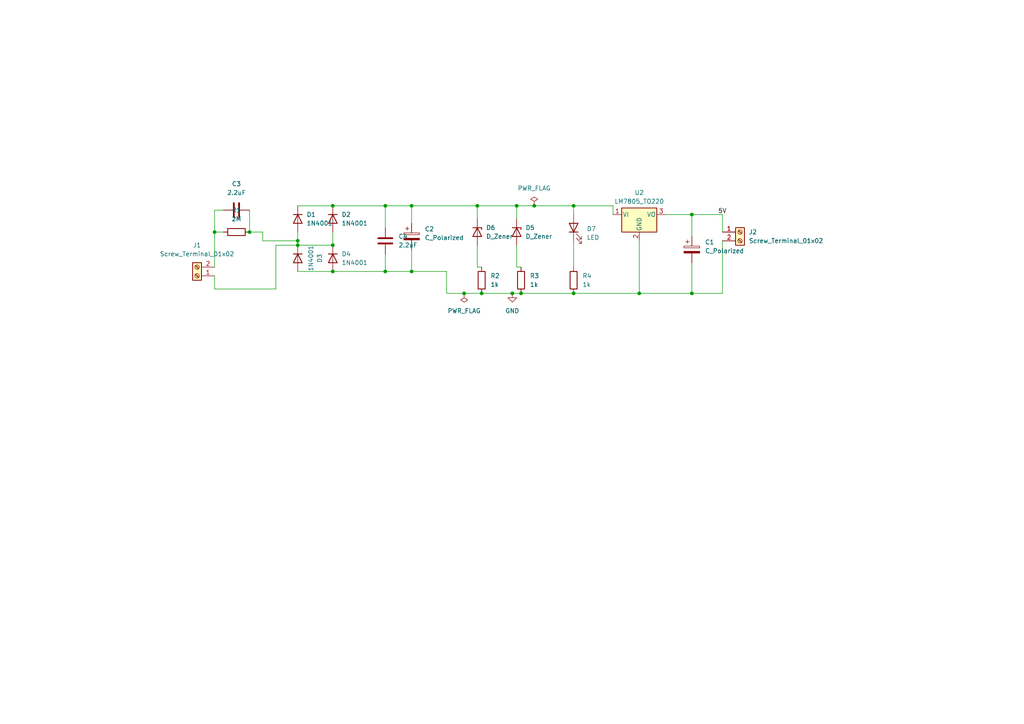
<source format=kicad_sch>
(kicad_sch (version 20250114) (generator "eeschema") (generator_version "9.0")
  (paper "A4")
  (title_block (title "POWERKESS TRANSMISSION ") (company "AYUSH SRIVASTAVA "))
  (lib_symbols
    (symbol "Connector:Screw_Terminal_01x02" (pin_names (offset 1.016) (hide yes))
      (property "Reference" "J" (at 0 2.54 0))
      (property "Value" "Screw_Terminal_01x02" (at 0 -5.08 0))
      (symbol "Screw_Terminal_01x02_1_1"
        (rectangle (start -1.27 1.27) (end 1.27 -3.81) (stroke (width 0.254)) (fill (type background)))
        (polyline (pts (xy -0.5334 0.3302) (xy 0.3302 -0.508)) (stroke (width 0.1524)))
        (polyline (pts (xy -0.5334 -2.2098) (xy 0.3302 -3.048)) (stroke (width 0.1524)))
        (polyline (pts (xy -0.3556 0.508) (xy 0.508 -0.3302)) (stroke (width 0.1524)))
        (polyline (pts (xy -0.3556 -2.032) (xy 0.508 -2.8702)) (stroke (width 0.1524)))
        (circle (center 0 0) (radius 0.635) (stroke (width 0.1524)))
        (circle (center 0 -2.54) (radius 0.635) (stroke (width 0.1524)))
        (pin passive line (at -5.08 0 0) (length 3.81) (name "Pin_1") (number "1"))
        (pin passive line (at -5.08 -2.54 0) (length 3.81) (name "Pin_2") (number "2"))
      )
    )
    (symbol "Device:C" (pin_numbers (hide yes)) (pin_names (offset 0.254))
      (property "Reference" "C" (at 0.635 2.54 0))
      (property "Value" "C" (at 0.635 -2.54 0))
      (symbol "C_0_1"
        (polyline (pts (xy -2.032 0.762) (xy 2.032 0.762)) (stroke (width 0.508)))
        (polyline (pts (xy -2.032 -0.762) (xy 2.032 -0.762)) (stroke (width 0.508)))
      )
      (symbol "C_1_1"
        (pin passive line (at 0 3.81 270) (length 2.794) (name "~") (number "1"))
        (pin passive line (at 0 -3.81 90) (length 2.794) (name "~") (number "2"))
      )
    )
    (symbol "Device:C_Polarized" (pin_numbers (hide yes)) (pin_names (offset 0.254))
      (property "Reference" "C" (at 0.635 2.54 0))
      (property "Value" "C_Polarized" (at 0.635 -2.54 0))
      (symbol "C_Polarized_0_1"
        (rectangle (start -2.286 0.508) (end 2.286 1.016))
        (polyline (pts (xy -1.778 2.286) (xy -0.762 2.286)))
        (polyline (pts (xy -1.27 2.794) (xy -1.27 1.778)))
        (rectangle (start 2.286 -0.508) (end -2.286 -1.016) (fill (type outline)))
      )
      (symbol "C_Polarized_1_1"
        (pin passive line (at 0 3.81 270) (length 2.794) (name "~") (number "1"))
        (pin passive line (at 0 -3.81 90) (length 2.794) (name "~") (number "2"))
      )
    )
    (symbol "Device:D_Zener" (pin_numbers (hide yes)) (pin_names (offset 1.016) (hide yes))
      (property "Reference" "D" (at 0 2.54 0))
      (property "Value" "D_Zener" (at 0 -2.54 0))
      (symbol "D_Zener_0_1"
        (polyline (pts (xy -1.27 -1.27) (xy -1.27 1.27) (xy -0.762 1.27)) (stroke (width 0.254)))
        (polyline (pts (xy 1.27 0) (xy -1.27 0)))
        (polyline (pts (xy 1.27 -1.27) (xy 1.27 1.27) (xy -1.27 0) (xy 1.27 -1.27)) (stroke (width 0.254)))
      )
      (symbol "D_Zener_1_1"
        (pin passive line (at -3.81 0 0) (length 2.54) (name "K") (number "1"))
        (pin passive line (at 3.81 0 180) (length 2.54) (name "A") (number "2"))
      )
    )
    (symbol "Device:LED" (pin_numbers (hide yes)) (pin_names (offset 1.016) (hide yes))
      (property "Reference" "D" (at 0 2.54 0))
      (property "Value" "LED" (at 0 -2.54 0))
      (symbol "LED_0_1"
        (polyline (pts (xy -3.048 -0.762) (xy -4.572 -2.286) (xy -3.81 -2.286) (xy -4.572 -2.286) (xy -4.572 -1.524)))
        (polyline (pts (xy -1.778 -0.762) (xy -3.302 -2.286) (xy -2.54 -2.286) (xy -3.302 -2.286) (xy -3.302 -1.524)))
        (polyline (pts (xy -1.27 0) (xy 1.27 0)))
        (polyline (pts (xy -1.27 -1.27) (xy -1.27 1.27)) (stroke (width 0.254)))
        (polyline (pts (xy 1.27 -1.27) (xy 1.27 1.27) (xy -1.27 0) (xy 1.27 -1.27)) (stroke (width 0.254)))
      )
      (symbol "LED_1_1"
        (pin passive line (at -3.81 0 0) (length 2.54) (name "K") (number "1"))
        (pin passive line (at 3.81 0 180) (length 2.54) (name "A") (number "2"))
      )
    )
    (symbol "Device:R" (pin_numbers (hide yes)) (pin_names (offset 0))
      (property "Reference" "R" (at 2.032 0 90))
      (property "Value" "R" (at 0 0 90))
      (symbol "R_0_1"
        (rectangle (start -1.016 -2.54) (end 1.016 2.54) (stroke (width 0.254)))
      )
      (symbol "R_1_1"
        (pin passive line (at 0 3.81 270) (length 1.27) (name "~") (number "1"))
        (pin passive line (at 0 -3.81 90) (length 1.27) (name "~") (number "2"))
      )
    )
    (symbol "Diode:1N4001" (pin_numbers (hide yes)) (pin_names (hide yes))
      (property "Reference" "D" (at 0 2.54 0))
      (property "Value" "1N4001" (at 0 -2.54 0))
      (symbol "1N4001_0_1"
        (polyline (pts (xy -1.27 1.27) (xy -1.27 -1.27)) (stroke (width 0.254)))
        (polyline (pts (xy 1.27 1.27) (xy 1.27 -1.27) (xy -1.27 0) (xy 1.27 1.27)) (stroke (width 0.254)))
        (polyline (pts (xy 1.27 0) (xy -1.27 0)))
      )
      (symbol "1N4001_1_1"
        (pin passive line (at -3.81 0 0) (length 2.54) (name "K") (number "1"))
        (pin passive line (at 3.81 0 180) (length 2.54) (name "A") (number "2"))
      )
    )
    (symbol "Regulator_Linear:LM7805_TO220" (pin_names (offset 0.254))
      (property "Reference" "U" (at -3.81 3.175 0))
      (property "Value" "LM7805_TO220" (at 0 3.175 0))
      (symbol "LM7805_TO220_0_1"
        (rectangle (start -5.08 1.905) (end 5.08 -5.08) (stroke (width 0.254)) (fill (type background)))
      )
      (symbol "LM7805_TO220_1_1"
        (pin power_in line (at -7.62 0 0) (length 2.54) (name "VI") (number "1"))
        (pin power_in line (at 0 -7.62 90) (length 2.54) (name "GND") (number "2"))
        (pin power_out line (at 7.62 0 180) (length 2.54) (name "VO") (number "3"))
      )
    )
    (symbol "power:GND" (power) (pin_numbers (hide yes)) (pin_names (offset 0) (hide yes))
      (property "Value" "GND" (at 0 -3.81 0))
      (symbol "GND_0_1"
        (polyline (pts (xy 0 0) (xy 0 -1.27) (xy 1.27 -1.27) (xy 0 -2.54) (xy -1.27 -1.27) (xy 0 -1.27)))
      )
      (symbol "GND_1_1"
        (pin power_in line (at 0 0 270) (length 0) (name "~") (number "1"))
      )
    )
    (symbol "power:PWR_FLAG" (power) (pin_numbers (hide yes)) (pin_names (offset 0) (hide yes))
      (property "Value" "PWR_FLAG" (at 0 3.81 0))
      (symbol "PWR_FLAG_0_0"
        (pin power_out line (at 0 0 90) (length 0) (name "~") (number "1"))
      )
      (symbol "PWR_FLAG_0_1"
        (polyline (pts (xy 0 0) (xy 0 1.27) (xy -1.016 1.905) (xy 0 2.54) (xy 1.016 1.905) (xy 0 1.27)))
      )
    )
  )
  (junction (at 200.66 62.23))
  (junction (at 154.94 59.69))
  (junction (at 86.36 71.12))
  (junction (at 134.62 85.09))
  (junction (at 111.76 59.69))
  (junction (at 111.76 78.74))
  (junction (at 185.42 85.09))
  (junction (at 86.36 69.85))
  (junction (at 72.39 67.31))
  (junction (at 138.43 59.69))
  (junction (at 96.52 59.69))
  (junction (at 148.59 85.09))
  (junction (at 166.37 59.69))
  (junction (at 119.38 59.69))
  (junction (at 96.52 78.74))
  (junction (at 151.13 85.09))
  (junction (at 119.38 78.74))
  (junction (at 200.66 85.09))
  (junction (at 96.52 71.12))
  (junction (at 62.23 67.31))
  (junction (at 166.37 85.09))
  (junction (at 149.86 59.69))
  (junction (at 139.7 85.09))
  (wire (pts (xy 151.13 85.09) (xy 166.37 85.09)))
  (wire (pts (xy 129.54 78.74) (xy 129.54 85.09)))
  (wire (pts (xy 138.43 77.47) (xy 139.7 77.47)))
  (wire (pts (xy 166.37 69.85) (xy 166.37 77.47)))
  (wire (pts (xy 62.23 67.31) (xy 62.23 60.96)))
  (wire (pts (xy 185.42 85.09) (xy 200.66 85.09)))
  (wire (pts (xy 62.23 77.47) (xy 62.23 67.31)))
  (wire (pts (xy 177.8 59.69) (xy 177.8 62.23)))
  (wire (pts (xy 138.43 59.69) (xy 149.86 59.69)))
  (wire (pts (xy 166.37 59.69) (xy 177.8 59.69)))
  (wire (pts (xy 200.66 85.09) (xy 200.66 76.2)))
  (wire (pts (xy 149.86 77.47) (xy 151.13 77.47)))
  (wire (pts (xy 111.76 59.69) (xy 119.38 59.69)))
  (wire (pts (xy 154.94 59.69) (xy 166.37 59.69)))
  (wire (pts (xy 72.39 67.31) (xy 76.2 67.31)))
  (wire (pts (xy 76.2 67.31) (xy 76.2 69.85)))
  (wire (pts (xy 149.86 59.69) (xy 154.94 59.69)))
  (wire (pts (xy 166.37 59.69) (xy 166.37 62.23)))
  (wire (pts (xy 209.55 85.09) (xy 209.55 69.85)))
  (wire (pts (xy 149.86 59.69) (xy 149.86 63.5)))
  (wire (pts (xy 185.42 69.85) (xy 185.42 85.09)))
  (wire (pts (xy 148.59 85.09) (xy 151.13 85.09)))
  (wire (pts (xy 134.62 85.09) (xy 139.7 85.09)))
  (wire (pts (xy 193.04 62.23) (xy 200.66 62.23)))
  (wire (pts (xy 86.36 67.31) (xy 86.36 69.85)))
  (wire (pts (xy 96.52 78.74) (xy 111.76 78.74)))
  (wire (pts (xy 86.36 59.69) (xy 96.52 59.69)))
  (wire (pts (xy 72.39 60.96) (xy 72.39 67.31)))
  (wire (pts (xy 119.38 59.69) (xy 138.43 59.69)))
  (wire (pts (xy 129.54 85.09) (xy 134.62 85.09)))
  (wire (pts (xy 139.7 85.09) (xy 148.59 85.09)))
  (wire (pts (xy 111.76 59.69) (xy 111.76 66.04)))
  (wire (pts (xy 111.76 73.66) (xy 111.76 78.74)))
  (wire (pts (xy 138.43 71.12) (xy 138.43 77.47)))
  (wire (pts (xy 119.38 78.74) (xy 129.54 78.74)))
  (wire (pts (xy 86.36 69.85) (xy 86.36 71.12)))
  (wire (pts (xy 166.37 85.09) (xy 185.42 85.09)))
  (wire (pts (xy 80.01 71.12) (xy 86.36 71.12)))
  (wire (pts (xy 111.76 78.74) (xy 119.38 78.74)))
  (wire (pts (xy 86.36 71.12) (xy 96.52 71.12)))
  (wire (pts (xy 76.2 69.85) (xy 86.36 69.85)))
  (wire (pts (xy 80.01 83.82) (xy 80.01 71.12)))
  (wire (pts (xy 96.52 59.69) (xy 111.76 59.69)))
  (wire (pts (xy 119.38 72.39) (xy 119.38 78.74)))
  (wire (pts (xy 200.66 62.23) (xy 209.55 62.23)))
  (wire (pts (xy 86.36 78.74) (xy 96.52 78.74)))
  (wire (pts (xy 200.66 62.23) (xy 200.66 68.58)))
  (wire (pts (xy 62.23 67.31) (xy 64.77 67.31)))
  (wire (pts (xy 96.52 67.31) (xy 96.52 71.12)))
  (wire (pts (xy 119.38 59.69) (xy 119.38 64.77)))
  (wire (pts (xy 209.55 62.23) (xy 209.55 67.31)))
  (wire (pts (xy 200.66 85.09) (xy 209.55 85.09)))
  (wire (pts (xy 62.23 80.01) (xy 62.23 83.82)))
  (wire (pts (xy 62.23 60.96) (xy 64.77 60.96)))
  (wire (pts (xy 62.23 83.82) (xy 80.01 83.82)))
  (wire (pts (xy 138.43 59.69) (xy 138.43 63.5)))
  (wire (pts (xy 149.86 71.12) (xy 149.86 77.47)))
  (label "5V" (at 208.28 62.23 0))
  (symbol (lib_id "power:GND") (at 148.59 85.09 0) (unit 1)
    (property "Reference" "#PWR01" (effects (hide yes)))
    (property "Value" "GND" (at 148.59 90.17 0))
    (property "Description" "Power symbol creates a global label with name \"GND\" , ground" (effects (hide yes)))
  )
  (symbol (lib_id "Device:C_Polarized") (at 119.38 68.58 0) (unit 1)
    (property "Reference" "C2" (at 123.19 66.4209 0) (effects (justify left)))
    (property "Value" "C_Polarized" (at 123.19 68.9609 0) (effects (justify left)))
    (property "Footprint" "Capacitor_THT:C_Radial_D6.3mm_H5.0mm_P2.50mm" (effects (hide yes)))
    (property "Description" "Polarized capacitor" (effects (hide yes)))
  )
  (symbol (lib_id "Device:R") (at 151.13 81.28 0) (unit 1)
    (property "Reference" "R3" (at 153.67 80.0099 0) (effects (justify left)))
    (property "Value" "1k" (at 153.67 82.5499 0) (effects (justify left)))
    (property "Footprint" "Resistor_THT:R_Axial_DIN0411_L9.9mm_D3.6mm_P15.24mm_Horizontal" (effects (hide yes)))
    (property "Description" "Resistor" (effects (hide yes)))
  )
  (symbol (lib_id "Diode:1N4001") (at 96.52 74.93 270) (unit 1)
    (property "Reference" "D4" (at 99.06 73.6599 90) (effects (justify left)))
    (property "Value" "1N4001" (at 99.06 76.1999 90) (effects (justify left)))
    (property "Footprint" "Diode_THT:D_DO-41_SOD81_P10.16mm_Horizontal" (effects (hide yes)))
    (property "Datasheet" "http://www.vishay.com/docs/88503/1n4001.pdf" (effects (hide yes)))
    (property "Description" "50V 1A General Purpose Rectifier Diode, DO-41" (effects (hide yes)))
    (property "Sim.Device" "D" (effects (hide yes)))
    (property "Sim.Pins" "1=K 2=A" (effects (hide yes)))
  )
  (symbol (lib_id "Regulator_Linear:LM7805_TO220") (at 185.42 62.23 0) (unit 1)
    (property "Reference" "U2" (at 185.42 55.88 0))
    (property "Value" "LM7805_TO220" (at 185.42 58.42 0))
    (property "Footprint" "Package_TO_SOT_THT:TO-220-3_Vertical" (effects (hide yes)))
    (property "Datasheet" "https://www.onsemi.cn/PowerSolutions/document/MC7800-D.PDF" (effects (hide yes)))
    (property "Description" "Positive 1A 35V Linear Regulator, Fixed Output 5V, TO-220" (effects (hide yes)))
  )
  (symbol (lib_id "Device:LED") (at 166.37 66.04 90) (unit 1)
    (property "Reference" "D7" (at 170.18 66.3574 90) (effects (justify right)))
    (property "Value" "LED" (at 170.18 68.8974 90) (effects (justify right)))
    (property "Footprint" "LED_THT:LED_D5.0mm" (effects (hide yes)))
    (property "Description" "Light emitting diode" (effects (hide yes)))
    (property "Sim.Pins" "1=K 2=A" (effects (hide yes)))
  )
  (symbol (lib_id "Connector:Screw_Terminal_01x02") (at 57.15 80.01 180) (unit 1)
    (property "Reference" "J1" (at 57.15 71.12 0))
    (property "Value" "Screw_Terminal_01x02" (at 57.15 73.66 0))
    (property "Footprint" "TerminalBlock:TerminalBlock_Altech_AK300-2_P5.00mm" (effects (hide yes)))
    (property "Description" "Generic screw terminal, single row, 01x02, script generated (kicad-library-utils/schlib/autogen/connector/)" (effects (hide yes)))
  )
  (symbol (lib_id "Device:C") (at 111.76 69.85 180) (unit 1)
    (property "Reference" "C4" (at 115.57 68.5799 0) (effects (justify right)))
    (property "Value" "2.2uF" (at 115.57 71.1199 0) (effects (justify right)))
    (property "Footprint" "Capacitor_THT:C_Rect_L4.0mm_W2.5mm_P2.50mm" (effects (hide yes)))
    (property "Description" "Unpolarized capacitor" (effects (hide yes)))
  )
  (symbol (lib_id "Device:R") (at 166.37 81.28 0) (unit 1)
    (property "Reference" "R4" (at 168.91 80.0099 0) (effects (justify left)))
    (property "Value" "1k" (at 168.91 82.5499 0) (effects (justify left)))
    (property "Footprint" "Resistor_THT:R_Axial_DIN0411_L9.9mm_D3.6mm_P15.24mm_Horizontal" (effects (hide yes)))
    (property "Description" "Resistor" (effects (hide yes)))
  )
  (symbol (lib_id "Device:D_Zener") (at 149.86 67.31 270) (unit 1)
    (property "Reference" "D5" (at 152.4 66.0399 90) (effects (justify left)))
    (property "Value" "D_Zener" (at 152.4 68.5799 90) (effects (justify left)))
    (property "Footprint" "Diode_THT:D_5W_P10.16mm_Horizontal" (effects (hide yes)))
    (property "Description" "Zener diode" (effects (hide yes)))
  )
  (symbol (lib_id "Connector:Screw_Terminal_01x02") (at 214.63 67.31 0) (unit 1)
    (property "Reference" "J2" (at 217.17 67.3099 0) (effects (justify left)))
    (property "Value" "Screw_Terminal_01x02" (at 217.17 69.8499 0) (effects (justify left)))
    (property "Footprint" "TerminalBlock:TerminalBlock_Altech_AK300-2_P5.00mm" (effects (hide yes)))
    (property "Description" "Generic screw terminal, single row, 01x02, script generated (kicad-library-utils/schlib/autogen/connector/)" (effects (hide yes)))
  )
  (symbol (lib_id "power:PWR_FLAG") (at 134.62 85.09 180) (unit 1)
    (property "Reference" "#FLG02" (effects (hide yes)))
    (property "Value" "PWR_FLAG" (at 134.62 90.17 0))
    (property "Description" "Special symbol for telling ERC where power comes from" (effects (hide yes)))
  )
  (symbol (lib_id "Diode:1N4001") (at 86.36 63.5 270) (unit 1)
    (property "Reference" "D1" (at 88.9 62.2299 90) (effects (justify left)))
    (property "Value" "1N4001" (at 88.9 64.7699 90) (effects (justify left)))
    (property "Footprint" "Diode_THT:D_DO-41_SOD81_P10.16mm_Horizontal" (effects (hide yes)))
    (property "Datasheet" "http://www.vishay.com/docs/88503/1n4001.pdf" (effects (hide yes)))
    (property "Description" "50V 1A General Purpose Rectifier Diode, DO-41" (effects (hide yes)))
    (property "Sim.Device" "D" (effects (hide yes)))
    (property "Sim.Pins" "1=K 2=A" (effects (hide yes)))
  )
  (symbol (lib_id "Diode:1N4001") (at 96.52 63.5 270) (unit 1)
    (property "Reference" "D2" (at 99.06 62.2299 90) (effects (justify left)))
    (property "Value" "1N4001" (at 99.06 64.7699 90) (effects (justify left)))
    (property "Footprint" "Diode_THT:D_DO-41_SOD81_P10.16mm_Horizontal" (effects (hide yes)))
    (property "Datasheet" "http://www.vishay.com/docs/88503/1n4001.pdf" (effects (hide yes)))
    (property "Description" "50V 1A General Purpose Rectifier Diode, DO-41" (effects (hide yes)))
    (property "Sim.Device" "D" (effects (hide yes)))
    (property "Sim.Pins" "1=K 2=A" (effects (hide yes)))
  )
  (symbol (lib_id "Device:D_Zener") (at 138.43 67.31 270) (unit 1)
    (property "Reference" "D6" (at 140.97 66.0399 90) (effects (justify left)))
    (property "Value" "D_Zener" (at 140.97 68.5799 90) (effects (justify left)))
    (property "Footprint" "Diode_THT:D_5W_P10.16mm_Horizontal" (effects (hide yes)))
    (property "Description" "Zener diode" (effects (hide yes)))
  )
  (symbol (lib_id "Device:C_Polarized") (at 200.66 72.39 0) (unit 1)
    (property "Reference" "C1" (at 204.47 70.2309 0) (effects (justify left)))
    (property "Value" "C_Polarized" (at 204.47 72.7709 0) (effects (justify left)))
    (property "Footprint" "Capacitor_THT:C_Disc_D7.5mm_W5.0mm_P7.50mm" (effects (hide yes)))
    (property "Description" "Polarized capacitor" (effects (hide yes)))
  )
  (symbol (lib_id "Device:C") (at 68.58 60.96 90) (unit 1)
    (property "Reference" "C3" (at 68.58 53.34 90))
    (property "Value" "2.2uF" (at 68.58 55.88 90))
    (property "Footprint" "Capacitor_THT:CP_Radial_D7.5mm_P2.50mm" (effects (hide yes)))
    (property "Description" "Unpolarized capacitor" (effects (hide yes)))
  )
  (symbol (lib_id "Diode:1N4001") (at 86.36 74.93 270) (unit 1)
    (property "Reference" "D3" (at 92.71 74.93 0))
    (property "Value" "1N4001" (at 90.17 74.93 0))
    (property "Footprint" "Diode_THT:D_DO-41_SOD81_P10.16mm_Horizontal" (effects (hide yes)))
    (property "Datasheet" "http://www.vishay.com/docs/88503/1n4001.pdf" (effects (hide yes)))
    (property "Description" "50V 1A General Purpose Rectifier Diode, DO-41" (effects (hide yes)))
    (property "Sim.Device" "D" (effects (hide yes)))
    (property "Sim.Pins" "1=K 2=A" (effects (hide yes)))
  )
  (symbol (lib_id "power:PWR_FLAG") (at 154.94 59.69 0) (unit 1)
    (property "Reference" "#FLG01" (effects (hide yes)))
    (property "Value" "PWR_FLAG" (at 154.94 54.61 0))
    (property "Description" "Special symbol for telling ERC where power comes from" (effects (hide yes)))
  )
  (symbol (lib_id "Device:R") (at 139.7 81.28 0) (unit 1)
    (property "Reference" "R2" (at 142.24 80.0099 0) (effects (justify left)))
    (property "Value" "1k" (at 142.24 82.5499 0) (effects (justify left)))
    (property "Footprint" "Resistor_THT:R_Axial_DIN0411_L9.9mm_D3.6mm_P15.24mm_Horizontal" (effects (hide yes)))
    (property "Description" "Resistor" (effects (hide yes)))
  )
  (symbol (lib_id "Device:R") (at 68.58 67.31 90) (unit 1)
    (property "Reference" "R1" (at 68.58 60.96 90))
    (property "Value" "2M" (at 68.58 63.5 90))
    (property "Footprint" "Resistor_THT:R_Axial_DIN0411_L9.9mm_D3.6mm_P15.24mm_Horizontal" (effects (hide yes)))
    (property "Description" "Resistor" (effects (hide yes)))
  )
)
</source>
